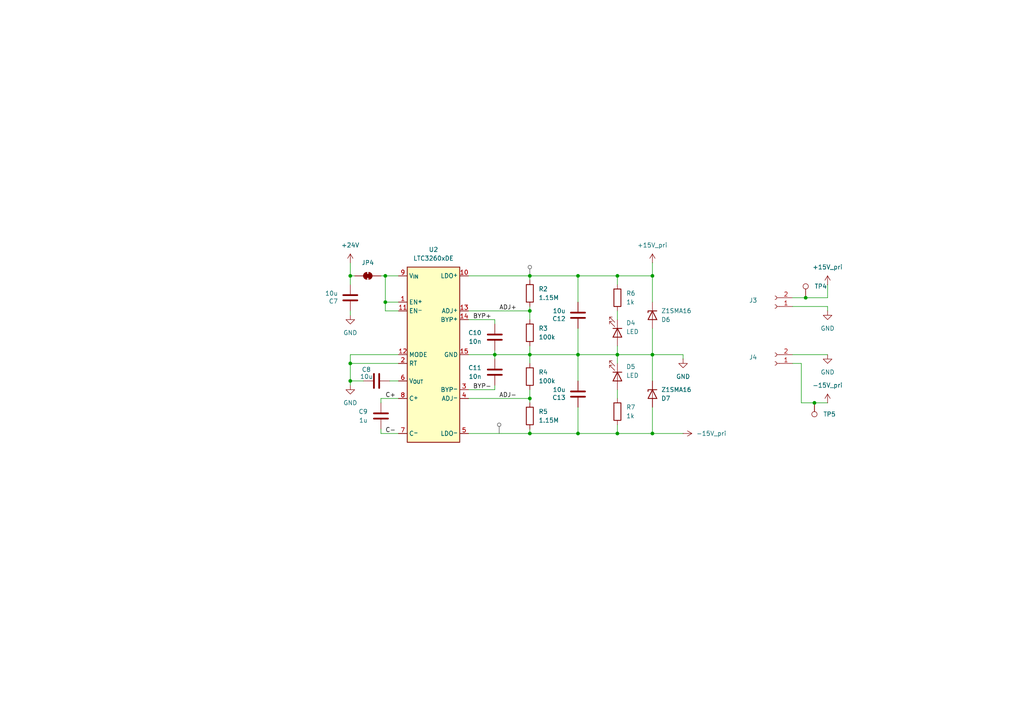
<source format=kicad_sch>
(kicad_sch (version 20250114) (generator "eeschema") (generator_version "9.0")
  (paper "A4")
  (title_block (title "MANIP_PSU") (date "2025-10-25") (rev "1.0") (company "KN_NAMI - JS"))
  (lib_symbols
    (symbol "Connector:Conn_01x02_Socket" (pin_names (offset 1.016) (hide yes))
      (property "Reference" "J" (at 0 2.54 0))
      (property "Value" "Conn_01x02_Socket" (at 0 -5.08 0))
      (symbol "Conn_01x02_Socket_1_1"
        (polyline (pts (xy -1.27 0) (xy -0.508 0)) (stroke (width 0.1524)))
        (polyline (pts (xy -1.27 -2.54) (xy -0.508 -2.54)) (stroke (width 0.1524)))
        (arc (start 0 -0.508) (mid -0.5058 0) (end 0 0.508) (stroke (width 0.1524)))
        (arc (start 0 -3.048) (mid -0.5058 -2.54) (end 0 -2.032) (stroke (width 0.1524)))
        (pin passive line (at -5.08 0 0) (length 3.81) (name "Pin_1") (number "1"))
        (pin passive line (at -5.08 -2.54 0) (length 3.81) (name "Pin_2") (number "2"))
      )
    )
    (symbol "Connector:TestPoint" (pin_numbers (hide yes)) (pin_names (offset 0.762) (hide yes))
      (property "Reference" "TP" (at 0 6.858 0))
      (property "Value" "TestPoint" (at 0 5.08 0))
      (symbol "TestPoint_0_1"
        (circle (center 0 3.302) (radius 0.762))
      )
      (symbol "TestPoint_1_1"
        (pin passive line (at 0 0 90) (length 2.54) (name "1") (number "1"))
      )
    )
    (symbol "Device:C" (pin_numbers (hide yes)) (pin_names (offset 0.254))
      (property "Reference" "C" (at 0.635 2.54 0))
      (property "Value" "C" (at 0.635 -2.54 0))
      (symbol "C_0_1"
        (polyline (pts (xy -2.032 0.762) (xy 2.032 0.762)) (stroke (width 0.508)))
        (polyline (pts (xy -2.032 -0.762) (xy 2.032 -0.762)) (stroke (width 0.508)))
      )
      (symbol "C_1_1"
        (pin passive line (at 0 3.81 270) (length 2.794) (name "~") (number "1"))
        (pin passive line (at 0 -3.81 90) (length 2.794) (name "~") (number "2"))
      )
    )
    (symbol "Device:LED" (pin_numbers (hide yes)) (pin_names (offset 1.016) (hide yes))
      (property "Reference" "D" (at 0 2.54 0))
      (property "Value" "LED" (at 0 -2.54 0))
      (symbol "LED_0_1"
        (polyline (pts (xy -3.048 -0.762) (xy -4.572 -2.286) (xy -3.81 -2.286) (xy -4.572 -2.286) (xy -4.572 -1.524)))
        (polyline (pts (xy -1.778 -0.762) (xy -3.302 -2.286) (xy -2.54 -2.286) (xy -3.302 -2.286) (xy -3.302 -1.524)))
        (polyline (pts (xy -1.27 0) (xy 1.27 0)))
        (polyline (pts (xy -1.27 -1.27) (xy -1.27 1.27)) (stroke (width 0.254)))
        (polyline (pts (xy 1.27 -1.27) (xy 1.27 1.27) (xy -1.27 0) (xy 1.27 -1.27)) (stroke (width 0.254)))
      )
      (symbol "LED_1_1"
        (pin passive line (at -3.81 0 0) (length 2.54) (name "K") (number "1"))
        (pin passive line (at 3.81 0 180) (length 2.54) (name "A") (number "2"))
      )
    )
    (symbol "Device:R" (pin_numbers (hide yes)) (pin_names (offset 0))
      (property "Reference" "R" (at 2.032 0 90))
      (property "Value" "R" (at 0 0 90))
      (symbol "R_0_1"
        (rectangle (start -1.016 -2.54) (end 1.016 2.54) (stroke (width 0.254)))
      )
      (symbol "R_1_1"
        (pin passive line (at 0 3.81 270) (length 1.27) (name "~") (number "1"))
        (pin passive line (at 0 -3.81 90) (length 1.27) (name "~") (number "2"))
      )
    )
    (symbol "Diode:Z1SMAxxx" (pin_numbers (hide yes)) (pin_names (hide yes))
      (property "Reference" "D" (at 0 2.54 0))
      (property "Value" "Z1SMAxxx" (at 0 -2.54 0))
      (symbol "Z1SMAxxx_0_1"
        (polyline (pts (xy -1.27 -1.27) (xy -1.27 1.27) (xy -0.762 1.27)) (stroke (width 0.254)))
        (polyline (pts (xy 1.27 0) (xy -1.27 0)))
        (polyline (pts (xy 1.27 -1.27) (xy 1.27 1.27) (xy -1.27 0) (xy 1.27 -1.27)) (stroke (width 0.254)))
      )
      (symbol "Z1SMAxxx_1_1"
        (pin passive line (at -3.81 0 0) (length 2.54) (name "K") (number "1"))
        (pin passive line (at 3.81 0 180) (length 2.54) (name "A") (number "2"))
      )
    )
    (symbol "Jumper:SolderJumper_2_Bridged" (pin_numbers (hide yes)) (pin_names (offset 0) (hide yes)) (in_bom no)
      (property "Reference" "JP" (at 0 2.032 0))
      (property "Value" "SolderJumper_2_Bridged" (at 0 -2.54 0))
      (symbol "SolderJumper_2_Bridged_0_1"
        (rectangle (start -0.508 0.508) (end 0.508 -0.508) (fill (type outline)))
        (polyline (pts (xy -0.254 1.016) (xy -0.254 -1.016)))
        (arc (start -0.254 -1.016) (mid -1.2656 0) (end -0.254 1.016))
        (arc (start -0.254 -1.016) (mid -1.2656 0) (end -0.254 1.016) (fill (type outline)))
        (arc (start 0.254 1.016) (mid 1.2656 0) (end 0.254 -1.016))
        (arc (start 0.254 1.016) (mid 1.2656 0) (end 0.254 -1.016) (fill (type outline)))
        (polyline (pts (xy 0.254 1.016) (xy 0.254 -1.016)))
      )
      (symbol "SolderJumper_2_Bridged_1_1"
        (pin passive line (at -3.81 0 0) (length 2.54) (name "A") (number "1"))
        (pin passive line (at 3.81 0 180) (length 2.54) (name "B") (number "2"))
      )
    )
    (symbol "Regulator_SwitchedCapacitor:LTC3260xDE"
      (property "Reference" "U" (at 0 29.718 0))
      (property "Value" "LTC3260xDE" (at 0.254 26.924 0))
      (symbol "LTC3260xDE_1_1"
        (rectangle (start -7.62 25.4) (end 7.62 -25.4) (stroke (width 0.254)) (fill (type background)))
        (pin power_in line (at -10.16 22.86 0) (length 2.54) (name "V_{IN}") (number "9"))
        (pin input line (at -10.16 15.24 0) (length 2.54) (name "EN^{+}") (number "1"))
        (pin input line (at -10.16 12.7 0) (length 2.54) (name "EN^{-}") (number "11"))
        (pin input line (at -10.16 0 0) (length 2.54) (name "MODE") (number "12"))
        (pin input line (at -10.16 -2.54 0) (length 2.54) (name "RT") (number "2"))
        (pin passive line (at -10.16 -7.62 0) (length 2.54) (name "V_{OUT}") (number "6"))
        (pin passive line (at -10.16 -12.7 0) (length 2.54) (name "C^{+}") (number "8"))
        (pin passive line (at -10.16 -22.86 0) (length 2.54) (name "C^{-}") (number "7"))
        (pin power_out line (at 10.16 22.86 180) (length 2.54) (name "LDO^{+}") (number "10"))
        (pin input line (at 10.16 12.7 180) (length 2.54) (name "ADJ^{+}") (number "13"))
        (pin passive line (at 10.16 10.16 180) (length 2.54) (name "BYP^{+}") (number "14"))
        (pin power_in line (at 10.16 0 180) (length 2.54) (name "GND") (number "15"))
        (pin passive line (at 10.16 -10.16 180) (length 2.54) (name "BYP^{-}") (number "3"))
        (pin input line (at 10.16 -12.7 180) (length 2.54) (name "ADJ^{-}") (number "4"))
        (pin power_out line (at 10.16 -22.86 180) (length 2.54) (name "LDO^{-}") (number "5"))
      )
    )
    (symbol "power:+15V" (power) (pin_numbers (hide yes)) (pin_names (offset 0) (hide yes))
      (property "Value" "+15V" (at 0 3.556 0))
      (symbol "+15V_0_1"
        (polyline (pts (xy -0.762 1.27) (xy 0 2.54)))
        (polyline (pts (xy 0 2.54) (xy 0.762 1.27)))
        (polyline (pts (xy 0 0) (xy 0 2.54)))
      )
      (symbol "+15V_1_1"
        (pin power_in line (at 0 0 90) (length 0) (name "~") (number "1"))
      )
    )
    (symbol "power:+24V" (power) (pin_numbers (hide yes)) (pin_names (offset 0) (hide yes))
      (property "Value" "+24V" (at 0 3.556 0))
      (symbol "+24V_0_1"
        (polyline (pts (xy -0.762 1.27) (xy 0 2.54)))
        (polyline (pts (xy 0 2.54) (xy 0.762 1.27)))
        (polyline (pts (xy 0 0) (xy 0 2.54)))
      )
      (symbol "+24V_1_1"
        (pin power_in line (at 0 0 90) (length 0) (name "~") (number "1"))
      )
    )
    (symbol "power:GND" (power) (pin_numbers (hide yes)) (pin_names (offset 0) (hide yes))
      (property "Value" "GND" (at 0 -3.81 0))
      (symbol "GND_0_1"
        (polyline (pts (xy 0 0) (xy 0 -1.27) (xy 1.27 -1.27) (xy 0 -2.54) (xy -1.27 -1.27) (xy 0 -1.27)))
      )
      (symbol "GND_1_1"
        (pin power_in line (at 0 0 270) (length 0) (name "~") (number "1"))
      )
    )
  )
  (junction (at 189.23 102.87))
  (junction (at 153.67 80.01))
  (junction (at 153.67 90.17))
  (junction (at 153.67 115.57))
  (junction (at 153.67 125.73))
  (junction (at 101.6 80.01))
  (junction (at 179.07 125.73))
  (junction (at 111.76 80.01))
  (junction (at 233.68 86.36))
  (junction (at 143.51 102.87))
  (junction (at 189.23 80.01))
  (junction (at 101.6 105.41))
  (junction (at 101.6 110.49))
  (junction (at 167.64 125.73))
  (junction (at 111.76 87.63))
  (junction (at 236.22 116.84))
  (junction (at 179.07 80.01))
  (junction (at 189.23 125.73))
  (junction (at 167.64 102.87))
  (junction (at 167.64 80.01))
  (junction (at 179.07 102.87))
  (junction (at 153.67 102.87))
  (wire (pts (xy 111.76 87.63) (xy 111.76 90.17)))
  (wire (pts (xy 113.03 110.49) (xy 115.57 110.49)))
  (wire (pts (xy 101.6 102.87) (xy 101.6 105.41)))
  (wire (pts (xy 229.87 86.36) (xy 233.68 86.36)))
  (wire (pts (xy 189.23 125.73) (xy 198.12 125.73)))
  (wire (pts (xy 167.64 125.73) (xy 179.07 125.73)))
  (wire (pts (xy 179.07 90.17) (xy 179.07 92.71)))
  (wire (pts (xy 153.67 80.01) (xy 167.64 80.01)))
  (wire (pts (xy 111.76 87.63) (xy 111.76 80.01)))
  (wire (pts (xy 189.23 118.11) (xy 189.23 125.73)))
  (wire (pts (xy 236.22 116.84) (xy 232.41 116.84)))
  (wire (pts (xy 135.89 90.17) (xy 153.67 90.17)))
  (wire (pts (xy 240.03 88.9) (xy 240.03 90.17)))
  (wire (pts (xy 101.6 102.87) (xy 115.57 102.87)))
  (wire (pts (xy 135.89 113.03) (xy 143.51 113.03)))
  (wire (pts (xy 101.6 80.01) (xy 102.87 80.01)))
  (wire (pts (xy 153.67 115.57) (xy 153.67 116.84)))
  (wire (pts (xy 229.87 88.9) (xy 240.03 88.9)))
  (wire (pts (xy 167.64 95.25) (xy 167.64 102.87)))
  (wire (pts (xy 110.49 116.84) (xy 110.49 115.57)))
  (wire (pts (xy 189.23 80.01) (xy 179.07 80.01)))
  (wire (pts (xy 110.49 115.57) (xy 115.57 115.57)))
  (wire (pts (xy 179.07 100.33) (xy 179.07 102.87)))
  (wire (pts (xy 111.76 87.63) (xy 115.57 87.63)))
  (wire (pts (xy 189.23 102.87) (xy 189.23 110.49)))
  (wire (pts (xy 179.07 113.03) (xy 179.07 115.57)))
  (wire (pts (xy 135.89 125.73) (xy 153.67 125.73)))
  (wire (pts (xy 179.07 80.01) (xy 167.64 80.01)))
  (wire (pts (xy 153.67 81.28) (xy 153.67 80.01)))
  (wire (pts (xy 198.12 102.87) (xy 198.12 104.14)))
  (wire (pts (xy 153.67 100.33) (xy 153.67 102.87)))
  (wire (pts (xy 189.23 87.63) (xy 189.23 80.01)))
  (wire (pts (xy 110.49 125.73) (xy 115.57 125.73)))
  (wire (pts (xy 153.67 124.46) (xy 153.67 125.73)))
  (wire (pts (xy 240.03 116.84) (xy 236.22 116.84)))
  (wire (pts (xy 111.76 90.17) (xy 115.57 90.17)))
  (wire (pts (xy 229.87 105.41) (xy 232.41 105.41)))
  (wire (pts (xy 167.64 118.11) (xy 167.64 125.73)))
  (wire (pts (xy 143.51 101.6) (xy 143.51 102.87)))
  (wire (pts (xy 101.6 91.44) (xy 101.6 90.17)))
  (wire (pts (xy 135.89 102.87) (xy 143.51 102.87)))
  (wire (pts (xy 101.6 105.41) (xy 101.6 110.49)))
  (wire (pts (xy 143.51 102.87) (xy 143.51 104.14)))
  (wire (pts (xy 189.23 102.87) (xy 179.07 102.87)))
  (wire (pts (xy 198.12 102.87) (xy 189.23 102.87)))
  (wire (pts (xy 167.64 102.87) (xy 179.07 102.87)))
  (wire (pts (xy 189.23 95.25) (xy 189.23 102.87)))
  (wire (pts (xy 232.41 116.84) (xy 232.41 105.41)))
  (wire (pts (xy 233.68 86.36) (xy 240.03 86.36)))
  (wire (pts (xy 110.49 124.46) (xy 110.49 125.73)))
  (wire (pts (xy 179.07 123.19) (xy 179.07 125.73)))
  (wire (pts (xy 240.03 86.36) (xy 240.03 82.55)))
  (wire (pts (xy 101.6 80.01) (xy 101.6 82.55)))
  (wire (pts (xy 110.49 80.01) (xy 111.76 80.01)))
  (wire (pts (xy 143.51 93.98) (xy 143.51 92.71)))
  (wire (pts (xy 167.64 102.87) (xy 167.64 110.49)))
  (wire (pts (xy 111.76 80.01) (xy 115.57 80.01)))
  (wire (pts (xy 167.64 80.01) (xy 167.64 87.63)))
  (wire (pts (xy 135.89 115.57) (xy 153.67 115.57)))
  (wire (pts (xy 101.6 105.41) (xy 115.57 105.41)))
  (wire (pts (xy 101.6 110.49) (xy 101.6 111.76)))
  (wire (pts (xy 135.89 80.01) (xy 153.67 80.01)))
  (wire (pts (xy 153.67 113.03) (xy 153.67 115.57)))
  (wire (pts (xy 153.67 125.73) (xy 167.64 125.73)))
  (wire (pts (xy 229.87 102.87) (xy 240.03 102.87)))
  (wire (pts (xy 143.51 111.76) (xy 143.51 113.03)))
  (wire (pts (xy 101.6 110.49) (xy 105.41 110.49)))
  (wire (pts (xy 143.51 102.87) (xy 153.67 102.87)))
  (wire (pts (xy 153.67 102.87) (xy 153.67 105.41)))
  (wire (pts (xy 179.07 125.73) (xy 189.23 125.73)))
  (wire (pts (xy 179.07 80.01) (xy 179.07 82.55)))
  (wire (pts (xy 153.67 90.17) (xy 153.67 92.71)))
  (wire (pts (xy 153.67 102.87) (xy 167.64 102.87)))
  (wire (pts (xy 101.6 76.2) (xy 101.6 80.01)))
  (wire (pts (xy 135.89 92.71) (xy 143.51 92.71)))
  (wire (pts (xy 179.07 102.87) (xy 179.07 105.41)))
  (wire (pts (xy 189.23 76.2) (xy 189.23 80.01)))
  (wire (pts (xy 153.67 88.9) (xy 153.67 90.17)))
  (label "BYP+" (at 137.16 92.71 0))
  (label "BYP-" (at 137.16 113.03 0))
  (label "C-" (at 111.76 125.73 0))
  (label "ADJ+" (at 144.78 90.17 0))
  (label "C+" (at 111.76 115.57 0))
  (label "ADJ-" (at 149.86 115.57 180))
  (netclass_flag "" (length 2.54) (shape round) (at 144.78 125.73 0) (property "Netclass" "power" (effects (hide yes))))
  (netclass_flag "" (length 2.54) (shape round) (at 153.67 80.01 0) (property "Netclass" "power" (effects (hide yes))))
  (symbol (lib_id "Device:R") (at 179.07 86.36 0) (unit 1)
    (property "Reference" "R6" (at 181.61 85.0899 0) (effects (justify left)))
    (property "Value" "1k" (at 181.61 87.6299 0) (effects (justify left)))
    (property "Footprint" "Resistor_SMD:R_0805_2012Metric" (effects (hide yes)))
    (property "Description" "Resistor" (effects (hide yes)))
  )
  (symbol (lib_id "power:GND") (at 240.03 90.17 0) (unit 1)
    (property "Reference" "#PWR020" (effects (hide yes)))
    (property "Value" "GND" (at 240.03 95.25 0))
    (property "Description" "Power symbol creates a global label with name \"GND\" , ground" (effects (hide yes)))
  )
  (symbol (lib_id "Connector:TestPoint") (at 233.68 86.36 0) (unit 1)
    (property "Reference" "TP4" (at 236.22 83.0579 0) (effects (justify left)))
    (property "Value" "TestPoint" (effects (hide yes)))
    (property "Footprint" "TestPoint:TestPoint_Pad_D1.5mm" (effects (hide yes)))
    (property "Description" "test point" (effects (hide yes)))
  )
  (symbol (lib_id "Device:R") (at 153.67 120.65 0) (unit 1)
    (property "Reference" "R5" (at 156.21 119.3799 0) (effects (justify left)))
    (property "Value" "1.15M" (at 156.21 121.9199 0) (effects (justify left)))
    (property "Footprint" "Resistor_SMD:R_0805_2012Metric" (effects (hide yes)))
    (property "Description" "Resistor" (effects (hide yes)))
  )
  (symbol (lib_id "Device:C") (at 143.51 107.95 0) (mirror y) (unit 1)
    (property "Reference" "C11" (at 139.7 106.6799 0) (effects (justify left)))
    (property "Value" "10n" (at 139.7 109.2199 0) (effects (justify left)))
    (property "Footprint" "Capacitor_SMD:C_0805_2012Metric" (effects (hide yes)))
    (property "Description" "Unpolarized capacitor" (effects (hide yes)))
  )
  (symbol (lib_id "Device:C") (at 101.6 86.36 180) (unit 1)
    (property "Reference" "C7" (at 98.044 87.376 0) (effects (justify left)))
    (property "Value" "10u" (at 98.044 85.09 0) (effects (justify left)))
    (property "Footprint" "Capacitor_SMD:C_0805_2012Metric" (effects (hide yes)))
    (property "Description" "Unpolarized capacitor" (effects (hide yes)))
  )
  (symbol (lib_id "Device:R") (at 179.07 119.38 0) (unit 1)
    (property "Reference" "R7" (at 181.61 118.1099 0) (effects (justify left)))
    (property "Value" "1k" (at 181.61 120.6499 0) (effects (justify left)))
    (property "Footprint" "Resistor_SMD:R_0805_2012Metric" (effects (hide yes)))
    (property "Description" "Resistor" (effects (hide yes)))
  )
  (symbol (lib_id "power:GND") (at 101.6 91.44 0) (unit 1)
    (property "Reference" "#PWR014" (effects (hide yes)))
    (property "Value" "GND" (at 101.6 96.52 0))
    (property "Description" "Power symbol creates a global label with name \"GND\" , ground" (effects (hide yes)))
  )
  (symbol (lib_id "power:+15V") (at 240.03 116.84 0) (unit 1)
    (property "Reference" "#PWR022" (effects (hide yes)))
    (property "Value" "-15V_pri" (at 240.03 111.76 0))
    (property "Description" "Power symbol creates a global label with name \"+15V\"" (effects (hide yes)))
  )
  (symbol (lib_id "Connector:Conn_01x02_Socket") (at 224.79 88.9 180) (unit 1)
    (property "Reference" "J3" (at 218.44 87.122 0))
    (property "Value" "Conn_01x02_Socket" (effects (hide yes)))
    (property "Footprint" "Connector_Wago:Wago_734-132_1x02_P3.50mm_Vertical" (effects (hide yes)))
    (property "Description" "Generic connector, single row, 01x02, script generated" (effects (hide yes)))
  )
  (symbol (lib_id "Jumper:SolderJumper_2_Bridged") (at 106.68 80.01 0) (unit 1) (in_bom no)
    (property "Reference" "JP4" (at 106.68 76.2 0))
    (property "Value" "SolderJumper_2_Bridged" (effects (hide yes)))
    (property "Footprint" "Jumper:SolderJumper-2_P1.3mm_Bridged2Bar_RoundedPad1.0x1.5mm" (effects (hide yes)))
    (property "Description" "Solder Jumper, 2-pole, closed/bridged" (effects (hide yes)))
  )
  (symbol (lib_id "Device:C") (at 110.49 120.65 0) (mirror y) (unit 1)
    (property "Reference" "C9" (at 106.68 119.3799 0) (effects (justify left)))
    (property "Value" "1u" (at 106.68 121.9199 0) (effects (justify left)))
    (property "Footprint" "Capacitor_SMD:C_0805_2012Metric" (effects (hide yes)))
    (property "Description" "Unpolarized capacitor" (effects (hide yes)))
  )
  (symbol (lib_id "power:GND") (at 101.6 111.76 0) (unit 1)
    (property "Reference" "#PWR015" (effects (hide yes)))
    (property "Value" "GND" (at 101.6 116.84 0))
    (property "Description" "Power symbol creates a global label with name \"GND\" , ground" (effects (hide yes)))
  )
  (symbol (lib_id "power:+15V") (at 198.12 125.73 270) (unit 1)
    (property "Reference" "#PWR018" (effects (hide yes)))
    (property "Value" "-15V_pri" (at 201.93 125.7299 90) (effects (justify left)))
    (property "Description" "Power symbol creates a global label with name \"+15V\"" (effects (hide yes)))
  )
  (symbol (lib_id "power:GND") (at 198.12 104.14 0) (unit 1)
    (property "Reference" "#PWR017" (effects (hide yes)))
    (property "Value" "GND" (at 198.12 109.22 0))
    (property "Description" "Power symbol creates a global label with name \"GND\" , ground" (effects (hide yes)))
  )
  (symbol (lib_id "Regulator_SwitchedCapacitor:LTC3260xDE") (at 125.73 102.87 0) (unit 1)
    (property "Reference" "U2" (at 125.73 72.39 0))
    (property "Value" "LTC3260xDE" (at 125.73 74.93 0))
    (property "Footprint" "Package_DFN_QFN:DFN-14-1EP_3x4mm_P0.5mm_EP1.7x3.3mm" (effects (hide yes)))
    (property "Datasheet" "https://www.analog.com/media/en/technical-documentation/data-sheets/ltc3260.pdf" (effects (hide yes)))
    (property "Description" "Low Noise Dual Supply Inverting Charge Pump with both positive and negative LDO regulators, V_{IN} range 4.5V to 32V, 50 mA LDO output current, DFN-14-1EP" (effects (hide yes)))
  )
  (symbol (lib_id "Device:LED") (at 179.07 109.22 270) (unit 1)
    (property "Reference" "D5" (at 181.61 106.3624 90) (effects (justify left)))
    (property "Value" "LED" (at 181.61 108.9024 90) (effects (justify left)))
    (property "Footprint" "LED_SMD:LED_0603_1608Metric" (effects (hide yes)))
    (property "Description" "Light emitting diode" (effects (hide yes)))
    (property "Sim.Pins" "1=K 2=A" (effects (hide yes)))
  )
  (symbol (lib_id "power:GND") (at 240.03 102.87 0) (unit 1)
    (property "Reference" "#PWR021" (effects (hide yes)))
    (property "Value" "GND" (at 240.03 107.95 0))
    (property "Description" "Power symbol creates a global label with name \"GND\" , ground" (effects (hide yes)))
  )
  (symbol (lib_id "Device:R") (at 153.67 109.22 0) (unit 1)
    (property "Reference" "R4" (at 156.21 107.9499 0) (effects (justify left)))
    (property "Value" "100k" (at 156.21 110.4899 0) (effects (justify left)))
    (property "Footprint" "Resistor_SMD:R_0805_2012Metric" (effects (hide yes)))
    (property "Description" "Resistor" (effects (hide yes)))
  )
  (symbol (lib_id "Device:C") (at 109.22 110.49 270) (mirror x) (unit 1)
    (property "Reference" "C8" (at 104.902 107.188 90) (effects (justify left)))
    (property "Value" "10u" (at 104.394 109.22 90) (effects (justify left)))
    (property "Footprint" "Capacitor_SMD:C_0805_2012Metric" (effects (hide yes)))
    (property "Description" "Unpolarized capacitor" (effects (hide yes)))
  )
  (symbol (lib_id "Device:R") (at 153.67 85.09 0) (unit 1)
    (property "Reference" "R2" (at 156.21 83.8199 0) (effects (justify left)))
    (property "Value" "1.15M" (at 156.21 86.3599 0) (effects (justify left)))
    (property "Footprint" "Resistor_SMD:R_0805_2012Metric" (effects (hide yes)))
    (property "Description" "Resistor" (effects (hide yes)))
  )
  (symbol (lib_id "Device:C") (at 143.51 97.79 0) (mirror y) (unit 1)
    (property "Reference" "C10" (at 139.7 96.5199 0) (effects (justify left)))
    (property "Value" "10n" (at 139.7 99.0599 0) (effects (justify left)))
    (property "Footprint" "Capacitor_SMD:C_0805_2012Metric" (effects (hide yes)))
    (property "Description" "Unpolarized capacitor" (effects (hide yes)))
  )
  (symbol (lib_id "Device:R") (at 153.67 96.52 0) (unit 1)
    (property "Reference" "R3" (at 156.21 95.2499 0) (effects (justify left)))
    (property "Value" "100k" (at 156.21 97.7899 0) (effects (justify left)))
    (property "Footprint" "Resistor_SMD:R_0805_2012Metric" (effects (hide yes)))
    (property "Description" "Resistor" (effects (hide yes)))
  )
  (symbol (lib_id "Device:C") (at 167.64 91.44 180) (unit 1)
    (property "Reference" "C12" (at 164.084 92.456 0) (effects (justify left)))
    (property "Value" "10u" (at 164.084 90.17 0) (effects (justify left)))
    (property "Footprint" "Capacitor_SMD:C_0805_2012Metric" (effects (hide yes)))
    (property "Description" "Unpolarized capacitor" (effects (hide yes)))
  )
  (symbol (lib_id "Diode:Z1SMAxxx") (at 189.23 91.44 90) (mirror x) (unit 1)
    (property "Reference" "D6" (at 191.77 92.7101 90) (effects (justify right)))
    (property "Value" "Z1SMA16" (at 191.77 90.1701 90) (effects (justify right)))
    (property "Footprint" "Diode_SMD:D_SMA" (effects (hide yes)))
    (property "Datasheet" "https://diotec.com/tl_files/diotec/files/pdf/datasheets/z1sma1.pdf" (effects (hide yes)))
    (property "Description" "1000mW Zener Diode, SMA(DO-214AC)" (effects (hide yes)))
  )
  (symbol (lib_id "power:+15V") (at 240.03 82.55 0) (unit 1)
    (property "Reference" "#PWR019" (effects (hide yes)))
    (property "Value" "+15V_pri" (at 240.03 77.47 0))
    (property "Description" "Power symbol creates a global label with name \"+15V\"" (effects (hide yes)))
  )
  (symbol (lib_id "Device:LED") (at 179.07 96.52 270) (unit 1)
    (property "Reference" "D4" (at 181.61 93.6624 90) (effects (justify left)))
    (property "Value" "LED" (at 181.61 96.2024 90) (effects (justify left)))
    (property "Footprint" "LED_SMD:LED_0603_1608Metric" (effects (hide yes)))
    (property "Description" "Light emitting diode" (effects (hide yes)))
    (property "Sim.Pins" "1=K 2=A" (effects (hide yes)))
  )
  (symbol (lib_id "power:+24V") (at 101.6 76.2 0) (unit 1)
    (property "Reference" "#PWR013" (effects (hide yes)))
    (property "Value" "+24V" (at 101.6 71.12 0))
    (property "Description" "Power symbol creates a global label with name \"+24V\"" (effects (hide yes)))
  )
  (symbol (lib_id "Device:C") (at 167.64 114.3 180) (unit 1)
    (property "Reference" "C13" (at 164.084 115.316 0) (effects (justify left)))
    (property "Value" "10u" (at 164.084 113.03 0) (effects (justify left)))
    (property "Footprint" "Capacitor_SMD:C_0805_2012Metric" (effects (hide yes)))
    (property "Description" "Unpolarized capacitor" (effects (hide yes)))
  )
  (symbol (lib_id "power:+15V") (at 189.23 76.2 0) (unit 1)
    (property "Reference" "#PWR016" (effects (hide yes)))
    (property "Value" "+15V_pri" (at 189.23 71.12 0))
    (property "Description" "Power symbol creates a global label with name \"+15V\"" (effects (hide yes)))
  )
  (symbol (lib_id "Diode:Z1SMAxxx") (at 189.23 114.3 90) (mirror x) (unit 1)
    (property "Reference" "D7" (at 191.77 115.5701 90) (effects (justify right)))
    (property "Value" "Z1SMA16" (at 191.77 113.0301 90) (effects (justify right)))
    (property "Footprint" "Diode_SMD:D_SMA" (effects (hide yes)))
    (property "Datasheet" "https://diotec.com/tl_files/diotec/files/pdf/datasheets/z1sma1.pdf" (effects (hide yes)))
    (property "Description" "1000mW Zener Diode, SMA(DO-214AC)" (effects (hide yes)))
  )
  (symbol (lib_id "Connector:TestPoint") (at 236.22 116.84 180) (unit 1)
    (property "Reference" "TP5" (at 238.76 120.1419 0) (effects (justify right)))
    (property "Value" "TestPoint" (effects (hide yes)))
    (property "Footprint" "TestPoint:TestPoint_Pad_D1.5mm" (effects (hide yes)))
    (property "Description" "test point" (effects (hide yes)))
  )
  (symbol (lib_id "Connector:Conn_01x02_Socket") (at 224.79 105.41 180) (unit 1)
    (property "Reference" "J4" (at 218.44 103.632 0))
    (property "Value" "Conn_01x02_Socket" (effects (hide yes)))
    (property "Footprint" "Connector_Wago:Wago_734-132_1x02_P3.50mm_Vertical" (effects (hide yes)))
    (property "Description" "Generic connector, single row, 01x02, script generated" (effects (hide yes)))
  )
)
</source>
